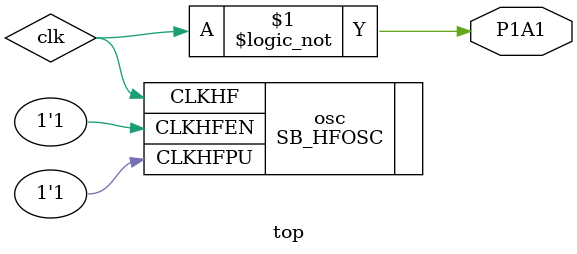
<source format=v>
module top(
        output P1A1
);
        wire clk;
        SB_HFOSC osc(
                .CLKHFPU(1'b1),
                .CLKHFEN(1'b1),
                .CLKHF(clk)
        );

        assign P1A1 = !clk;

endmodule

</source>
